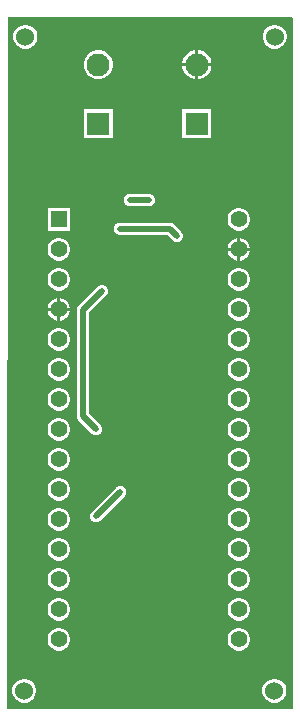
<source format=gbr>
G04*
G04 #@! TF.GenerationSoftware,Altium Limited,Altium Designer,23.1.1 (15)*
G04*
G04 Layer_Physical_Order=1*
G04 Layer_Color=255*
%FSLAX25Y25*%
%MOIN*%
G70*
G04*
G04 #@! TF.SameCoordinates,7F6F0EF6-604E-4872-8498-859B9B4CD440*
G04*
G04*
G04 #@! TF.FilePolarity,Positive*
G04*
G01*
G75*
%ADD12C,0.01000*%
%ADD13R,0.05567X0.05567*%
%ADD14C,0.05567*%
%ADD19C,0.02000*%
%ADD20R,0.07677X0.07677*%
%ADD21C,0.07677*%
%ADD22C,0.06000*%
%ADD23C,0.02000*%
G36*
X223800Y233300D02*
Y3000D01*
X128754D01*
X128401Y3354D01*
X128844Y233600D01*
X223500D01*
X223800Y233300D01*
D02*
G37*
%LPC*%
G36*
X218127Y231000D02*
X217073D01*
X216056Y230727D01*
X215144Y230201D01*
X214399Y229456D01*
X213873Y228544D01*
X213600Y227527D01*
Y226473D01*
X213873Y225456D01*
X214399Y224544D01*
X215144Y223799D01*
X216056Y223273D01*
X217073Y223000D01*
X218127D01*
X219144Y223273D01*
X220056Y223799D01*
X220801Y224544D01*
X221327Y225456D01*
X221600Y226473D01*
Y227527D01*
X221327Y228544D01*
X220801Y229456D01*
X220056Y230201D01*
X219144Y230727D01*
X218127Y231000D01*
D02*
G37*
G36*
X135027D02*
X133973D01*
X132956Y230727D01*
X132044Y230201D01*
X131299Y229456D01*
X130773Y228544D01*
X130500Y227527D01*
Y226473D01*
X130773Y225456D01*
X131299Y224544D01*
X132044Y223799D01*
X132956Y223273D01*
X133973Y223000D01*
X135027D01*
X136044Y223273D01*
X136956Y223799D01*
X137701Y224544D01*
X138227Y225456D01*
X138500Y226473D01*
Y227527D01*
X138227Y228544D01*
X137701Y229456D01*
X136956Y230201D01*
X136044Y230727D01*
X135027Y231000D01*
D02*
G37*
G36*
X192309Y222481D02*
X192172D01*
Y218143D01*
X196510D01*
Y218280D01*
X196181Y219510D01*
X195544Y220614D01*
X194643Y221514D01*
X193539Y222151D01*
X192309Y222481D01*
D02*
G37*
G36*
X191172D02*
X191035D01*
X189804Y222151D01*
X188701Y221514D01*
X187800Y220614D01*
X187163Y219510D01*
X186833Y218280D01*
Y218143D01*
X191172D01*
Y222481D01*
D02*
G37*
G36*
X196510Y217143D02*
X192172D01*
Y212804D01*
X192309D01*
X193539Y213134D01*
X194643Y213771D01*
X195544Y214671D01*
X196181Y215775D01*
X196510Y217005D01*
Y217143D01*
D02*
G37*
G36*
X191172D02*
X186833D01*
Y217005D01*
X187163Y215775D01*
X187800Y214671D01*
X188701Y213771D01*
X189804Y213134D01*
X191035Y212804D01*
X191172D01*
Y217143D01*
D02*
G37*
G36*
X159415Y222481D02*
X158141D01*
X156911Y222151D01*
X155807Y221514D01*
X154907Y220614D01*
X154270Y219510D01*
X153940Y218280D01*
Y217005D01*
X154270Y215775D01*
X154907Y214671D01*
X155807Y213771D01*
X156911Y213134D01*
X158141Y212804D01*
X159415D01*
X160646Y213134D01*
X161749Y213771D01*
X162650Y214671D01*
X163287Y215775D01*
X163617Y217005D01*
Y218280D01*
X163287Y219510D01*
X162650Y220614D01*
X161749Y221514D01*
X160646Y222151D01*
X159415Y222481D01*
D02*
G37*
G36*
X196510Y202796D02*
X186833D01*
Y193119D01*
X196510D01*
Y202796D01*
D02*
G37*
G36*
X163617D02*
X153940D01*
Y193119D01*
X163617D01*
Y202796D01*
D02*
G37*
G36*
X175645Y174633D02*
X169232D01*
X169035Y174594D01*
X168834D01*
X168649Y174517D01*
X168452Y174478D01*
X168285Y174366D01*
X168099Y174289D01*
X167957Y174147D01*
X167790Y174036D01*
X167679Y173869D01*
X167537Y173727D01*
X167460Y173541D01*
X167348Y173374D01*
X167309Y173177D01*
X167232Y172992D01*
Y172791D01*
X167193Y172594D01*
X167232Y172397D01*
Y172196D01*
X167309Y172010D01*
X167348Y171813D01*
X167460Y171646D01*
X167537Y171461D01*
X167679Y171319D01*
X167790Y171152D01*
X167957Y171040D01*
X168099Y170898D01*
X168285Y170821D01*
X168452Y170710D01*
X168649Y170671D01*
X168834Y170594D01*
X169035D01*
X169232Y170554D01*
X175645D01*
X175873Y170600D01*
X176049D01*
X176211Y170667D01*
X176425Y170710D01*
X176607Y170831D01*
X176784Y170904D01*
X176920Y171040D01*
X177087Y171152D01*
X177199Y171319D01*
X177347Y171467D01*
X177427Y171661D01*
X177529Y171813D01*
X177565Y171993D01*
X177651Y172202D01*
Y172428D01*
X177684Y172594D01*
X177651Y172759D01*
Y172998D01*
X177560Y173218D01*
X177529Y173374D01*
X177441Y173506D01*
X177347Y173733D01*
X177173Y173906D01*
X177087Y174036D01*
X176957Y174122D01*
X176784Y174295D01*
X176558Y174389D01*
X176425Y174478D01*
X176269Y174509D01*
X176049Y174600D01*
X175811D01*
X175645Y174633D01*
D02*
G37*
G36*
X206149Y169949D02*
X205153D01*
X204191Y169691D01*
X203328Y169193D01*
X202624Y168488D01*
X202126Y167626D01*
X201868Y166663D01*
Y165667D01*
X202126Y164705D01*
X202624Y163842D01*
X203328Y163138D01*
X204191Y162640D01*
X205153Y162382D01*
X206149D01*
X207112Y162640D01*
X207974Y163138D01*
X208679Y163842D01*
X209177Y164705D01*
X209435Y165667D01*
Y166663D01*
X209177Y167626D01*
X208679Y168488D01*
X207974Y169193D01*
X207112Y169691D01*
X206149Y169949D01*
D02*
G37*
G36*
X149435D02*
X141868D01*
Y162382D01*
X149435D01*
Y169949D01*
D02*
G37*
G36*
X182519Y165047D02*
X165923D01*
X165726Y165008D01*
X165525D01*
X165340Y164931D01*
X165143Y164892D01*
X164976Y164781D01*
X164790Y164704D01*
X164648Y164562D01*
X164481Y164450D01*
X164370Y164283D01*
X164228Y164141D01*
X164151Y163956D01*
X164039Y163789D01*
X164000Y163592D01*
X163923Y163406D01*
Y163205D01*
X163884Y163008D01*
X163923Y162811D01*
Y162610D01*
X164000Y162425D01*
X164039Y162228D01*
X164151Y162061D01*
X164228Y161875D01*
X164370Y161733D01*
X164481Y161566D01*
X164648Y161455D01*
X164790Y161313D01*
X164976Y161236D01*
X165143Y161124D01*
X165340Y161085D01*
X165525Y161008D01*
X165726D01*
X165923Y160969D01*
X181674D01*
X183515Y159128D01*
X183682Y159016D01*
X183824Y158874D01*
X184010Y158798D01*
X184177Y158686D01*
X184374Y158647D01*
X184559Y158570D01*
X184760D01*
X184957Y158531D01*
X185154Y158570D01*
X185355D01*
X185540Y158647D01*
X185737Y158686D01*
X185904Y158798D01*
X186090Y158874D01*
X186232Y159016D01*
X186399Y159128D01*
X186511Y159295D01*
X186653Y159437D01*
X186730Y159623D01*
X186841Y159790D01*
X186880Y159986D01*
X186957Y160172D01*
Y160373D01*
X186996Y160570D01*
X186957Y160767D01*
Y160968D01*
X186880Y161153D01*
X186841Y161350D01*
X186730Y161517D01*
X186653Y161703D01*
X186511Y161845D01*
X186399Y162012D01*
X183961Y164450D01*
X183299Y164892D01*
X182519Y165047D01*
D02*
G37*
G36*
X206151Y159948D02*
Y156665D01*
X209434D01*
X209177Y157626D01*
X208679Y158488D01*
X207974Y159193D01*
X207112Y159691D01*
X206151Y159948D01*
D02*
G37*
G36*
X205151D02*
X204191Y159691D01*
X203328Y159193D01*
X202624Y158488D01*
X202126Y157626D01*
X201868Y156665D01*
X205151D01*
Y159948D01*
D02*
G37*
G36*
X209434Y155665D02*
X206151D01*
Y152382D01*
X207112Y152640D01*
X207974Y153138D01*
X208679Y153842D01*
X209177Y154705D01*
X209434Y155665D01*
D02*
G37*
G36*
X205151D02*
X201868D01*
X202126Y154705D01*
X202624Y153842D01*
X203328Y153138D01*
X204191Y152640D01*
X205151Y152382D01*
Y155665D01*
D02*
G37*
G36*
X146149Y159949D02*
X145153D01*
X144191Y159691D01*
X143328Y159193D01*
X142624Y158488D01*
X142126Y157626D01*
X141868Y156663D01*
Y155667D01*
X142126Y154705D01*
X142624Y153842D01*
X143328Y153138D01*
X144191Y152640D01*
X145153Y152382D01*
X146149D01*
X147112Y152640D01*
X147974Y153138D01*
X148679Y153842D01*
X149177Y154705D01*
X149435Y155667D01*
Y156663D01*
X149177Y157626D01*
X148679Y158488D01*
X147974Y159193D01*
X147112Y159691D01*
X146149Y159949D01*
D02*
G37*
G36*
X206149Y149949D02*
X205153D01*
X204191Y149691D01*
X203328Y149193D01*
X202624Y148488D01*
X202126Y147626D01*
X201868Y146663D01*
Y145667D01*
X202126Y144705D01*
X202624Y143842D01*
X203328Y143138D01*
X204191Y142640D01*
X205153Y142382D01*
X206149D01*
X207112Y142640D01*
X207974Y143138D01*
X208679Y143842D01*
X209177Y144705D01*
X209435Y145667D01*
Y146663D01*
X209177Y147626D01*
X208679Y148488D01*
X207974Y149193D01*
X207112Y149691D01*
X206149Y149949D01*
D02*
G37*
G36*
X146149D02*
X145153D01*
X144191Y149691D01*
X143328Y149193D01*
X142624Y148488D01*
X142126Y147626D01*
X141868Y146663D01*
Y145667D01*
X142126Y144705D01*
X142624Y143842D01*
X143328Y143138D01*
X144191Y142640D01*
X145153Y142382D01*
X146149D01*
X147112Y142640D01*
X147974Y143138D01*
X148679Y143842D01*
X149177Y144705D01*
X149435Y145667D01*
Y146663D01*
X149177Y147626D01*
X148679Y148488D01*
X147974Y149193D01*
X147112Y149691D01*
X146149Y149949D01*
D02*
G37*
G36*
X146151Y139948D02*
Y136665D01*
X149434D01*
X149177Y137626D01*
X148679Y138488D01*
X147974Y139193D01*
X147112Y139691D01*
X146151Y139948D01*
D02*
G37*
G36*
X145151D02*
X144191Y139691D01*
X143328Y139193D01*
X142624Y138488D01*
X142126Y137626D01*
X141868Y136665D01*
X145151D01*
Y139948D01*
D02*
G37*
G36*
X149434Y135665D02*
X146151D01*
Y132382D01*
X147112Y132640D01*
X147974Y133138D01*
X148679Y133842D01*
X149177Y134705D01*
X149434Y135665D01*
D02*
G37*
G36*
X145151D02*
X141868D01*
X142126Y134705D01*
X142624Y133842D01*
X143328Y133138D01*
X144191Y132640D01*
X145151Y132382D01*
Y135665D01*
D02*
G37*
G36*
X206149Y139949D02*
X205153D01*
X204191Y139691D01*
X203328Y139193D01*
X202624Y138488D01*
X202126Y137626D01*
X201868Y136663D01*
Y135667D01*
X202126Y134705D01*
X202624Y133842D01*
X203328Y133138D01*
X204191Y132640D01*
X205153Y132382D01*
X206149D01*
X207112Y132640D01*
X207974Y133138D01*
X208679Y133842D01*
X209177Y134705D01*
X209435Y135667D01*
Y136663D01*
X209177Y137626D01*
X208679Y138488D01*
X207974Y139193D01*
X207112Y139691D01*
X206149Y139949D01*
D02*
G37*
G36*
Y129949D02*
X205153D01*
X204191Y129691D01*
X203328Y129193D01*
X202624Y128488D01*
X202126Y127626D01*
X201868Y126663D01*
Y125667D01*
X202126Y124705D01*
X202624Y123842D01*
X203328Y123138D01*
X204191Y122640D01*
X205153Y122382D01*
X206149D01*
X207112Y122640D01*
X207974Y123138D01*
X208679Y123842D01*
X209177Y124705D01*
X209435Y125667D01*
Y126663D01*
X209177Y127626D01*
X208679Y128488D01*
X207974Y129193D01*
X207112Y129691D01*
X206149Y129949D01*
D02*
G37*
G36*
X146149D02*
X145153D01*
X144191Y129691D01*
X143328Y129193D01*
X142624Y128488D01*
X142126Y127626D01*
X141868Y126663D01*
Y125667D01*
X142126Y124705D01*
X142624Y123842D01*
X143328Y123138D01*
X144191Y122640D01*
X145153Y122382D01*
X146149D01*
X147112Y122640D01*
X147974Y123138D01*
X148679Y123842D01*
X149177Y124705D01*
X149435Y125667D01*
Y126663D01*
X149177Y127626D01*
X148679Y128488D01*
X147974Y129193D01*
X147112Y129691D01*
X146149Y129949D01*
D02*
G37*
G36*
X206149Y119949D02*
X205153D01*
X204191Y119691D01*
X203328Y119193D01*
X202624Y118488D01*
X202126Y117626D01*
X201868Y116663D01*
Y115667D01*
X202126Y114705D01*
X202624Y113842D01*
X203328Y113138D01*
X204191Y112640D01*
X205153Y112382D01*
X206149D01*
X207112Y112640D01*
X207974Y113138D01*
X208679Y113842D01*
X209177Y114705D01*
X209435Y115667D01*
Y116663D01*
X209177Y117626D01*
X208679Y118488D01*
X207974Y119193D01*
X207112Y119691D01*
X206149Y119949D01*
D02*
G37*
G36*
X146149D02*
X145153D01*
X144191Y119691D01*
X143328Y119193D01*
X142624Y118488D01*
X142126Y117626D01*
X141868Y116663D01*
Y115667D01*
X142126Y114705D01*
X142624Y113842D01*
X143328Y113138D01*
X144191Y112640D01*
X145153Y112382D01*
X146149D01*
X147112Y112640D01*
X147974Y113138D01*
X148679Y113842D01*
X149177Y114705D01*
X149435Y115667D01*
Y116663D01*
X149177Y117626D01*
X148679Y118488D01*
X147974Y119193D01*
X147112Y119691D01*
X146149Y119949D01*
D02*
G37*
G36*
X206149Y109949D02*
X205153D01*
X204191Y109691D01*
X203328Y109193D01*
X202624Y108488D01*
X202126Y107626D01*
X201868Y106663D01*
Y105667D01*
X202126Y104705D01*
X202624Y103842D01*
X203328Y103138D01*
X204191Y102640D01*
X205153Y102382D01*
X206149D01*
X207112Y102640D01*
X207974Y103138D01*
X208679Y103842D01*
X209177Y104705D01*
X209435Y105667D01*
Y106663D01*
X209177Y107626D01*
X208679Y108488D01*
X207974Y109193D01*
X207112Y109691D01*
X206149Y109949D01*
D02*
G37*
G36*
X146149D02*
X145153D01*
X144191Y109691D01*
X143328Y109193D01*
X142624Y108488D01*
X142126Y107626D01*
X141868Y106663D01*
Y105667D01*
X142126Y104705D01*
X142624Y103842D01*
X143328Y103138D01*
X144191Y102640D01*
X145153Y102382D01*
X146149D01*
X147112Y102640D01*
X147974Y103138D01*
X148679Y103842D01*
X149177Y104705D01*
X149435Y105667D01*
Y106663D01*
X149177Y107626D01*
X148679Y108488D01*
X147974Y109193D01*
X147112Y109691D01*
X146149Y109949D01*
D02*
G37*
G36*
X160000Y144239D02*
X159803Y144200D01*
X159602D01*
X159417Y144123D01*
X159220Y144084D01*
X159053Y143972D01*
X158867Y143895D01*
X158725Y143754D01*
X158558Y143642D01*
X152113Y137197D01*
X151671Y136536D01*
X151516Y135755D01*
Y100619D01*
X151671Y99839D01*
X152113Y99177D01*
X156567Y94723D01*
X156734Y94612D01*
X156876Y94470D01*
X157062Y94393D01*
X157229Y94281D01*
X157425Y94242D01*
X157611Y94165D01*
X157812D01*
X158009Y94126D01*
X158206Y94165D01*
X158407D01*
X158592Y94242D01*
X158789Y94281D01*
X158956Y94393D01*
X159142Y94470D01*
X159284Y94612D01*
X159451Y94723D01*
X159562Y94890D01*
X159704Y95032D01*
X159781Y95218D01*
X159893Y95385D01*
X159932Y95582D01*
X160009Y95767D01*
Y95968D01*
X160048Y96165D01*
X160009Y96362D01*
Y96563D01*
X159932Y96749D01*
X159893Y96946D01*
X159781Y97113D01*
X159704Y97298D01*
X159562Y97440D01*
X159451Y97607D01*
X155594Y101464D01*
Y134910D01*
X161442Y140758D01*
X161554Y140925D01*
X161696Y141067D01*
X161772Y141253D01*
X161884Y141420D01*
X161923Y141617D01*
X162000Y141802D01*
Y142003D01*
X162039Y142200D01*
X162000Y142397D01*
Y142598D01*
X161923Y142783D01*
X161884Y142980D01*
X161772Y143147D01*
X161696Y143333D01*
X161554Y143475D01*
X161442Y143642D01*
X161275Y143754D01*
X161133Y143895D01*
X160947Y143972D01*
X160780Y144084D01*
X160583Y144123D01*
X160398Y144200D01*
X160197D01*
X160000Y144239D01*
D02*
G37*
G36*
X206149Y99949D02*
X205153D01*
X204191Y99691D01*
X203328Y99193D01*
X202624Y98488D01*
X202126Y97626D01*
X201868Y96663D01*
Y95667D01*
X202126Y94705D01*
X202624Y93842D01*
X203328Y93138D01*
X204191Y92640D01*
X205153Y92382D01*
X206149D01*
X207112Y92640D01*
X207974Y93138D01*
X208679Y93842D01*
X209177Y94705D01*
X209435Y95667D01*
Y96663D01*
X209177Y97626D01*
X208679Y98488D01*
X207974Y99193D01*
X207112Y99691D01*
X206149Y99949D01*
D02*
G37*
G36*
X146149D02*
X145153D01*
X144191Y99691D01*
X143328Y99193D01*
X142624Y98488D01*
X142126Y97626D01*
X141868Y96663D01*
Y95667D01*
X142126Y94705D01*
X142624Y93842D01*
X143328Y93138D01*
X144191Y92640D01*
X145153Y92382D01*
X146149D01*
X147112Y92640D01*
X147974Y93138D01*
X148679Y93842D01*
X149177Y94705D01*
X149435Y95667D01*
Y96663D01*
X149177Y97626D01*
X148679Y98488D01*
X147974Y99193D01*
X147112Y99691D01*
X146149Y99949D01*
D02*
G37*
G36*
X206149Y89949D02*
X205153D01*
X204191Y89691D01*
X203328Y89193D01*
X202624Y88489D01*
X202126Y87626D01*
X201868Y86664D01*
Y85667D01*
X202126Y84705D01*
X202624Y83842D01*
X203328Y83138D01*
X204191Y82640D01*
X205153Y82382D01*
X206149D01*
X207112Y82640D01*
X207974Y83138D01*
X208679Y83842D01*
X209177Y84705D01*
X209435Y85667D01*
Y86664D01*
X209177Y87626D01*
X208679Y88489D01*
X207974Y89193D01*
X207112Y89691D01*
X206149Y89949D01*
D02*
G37*
G36*
X146149D02*
X145153D01*
X144191Y89691D01*
X143328Y89193D01*
X142624Y88489D01*
X142126Y87626D01*
X141868Y86664D01*
Y85667D01*
X142126Y84705D01*
X142624Y83842D01*
X143328Y83138D01*
X144191Y82640D01*
X145153Y82382D01*
X146149D01*
X147112Y82640D01*
X147974Y83138D01*
X148679Y83842D01*
X149177Y84705D01*
X149435Y85667D01*
Y86664D01*
X149177Y87626D01*
X148679Y88489D01*
X147974Y89193D01*
X147112Y89691D01*
X146149Y89949D01*
D02*
G37*
G36*
X206149Y79949D02*
X205153D01*
X204191Y79691D01*
X203328Y79193D01*
X202624Y78488D01*
X202126Y77626D01*
X201868Y76664D01*
Y75667D01*
X202126Y74705D01*
X202624Y73842D01*
X203328Y73138D01*
X204191Y72640D01*
X205153Y72382D01*
X206149D01*
X207112Y72640D01*
X207974Y73138D01*
X208679Y73842D01*
X209177Y74705D01*
X209435Y75667D01*
Y76664D01*
X209177Y77626D01*
X208679Y78488D01*
X207974Y79193D01*
X207112Y79691D01*
X206149Y79949D01*
D02*
G37*
G36*
X146149D02*
X145153D01*
X144191Y79691D01*
X143328Y79193D01*
X142624Y78488D01*
X142126Y77626D01*
X141868Y76664D01*
Y75667D01*
X142126Y74705D01*
X142624Y73842D01*
X143328Y73138D01*
X144191Y72640D01*
X145153Y72382D01*
X146149D01*
X147112Y72640D01*
X147974Y73138D01*
X148679Y73842D01*
X149177Y74705D01*
X149435Y75667D01*
Y76664D01*
X149177Y77626D01*
X148679Y78488D01*
X147974Y79193D01*
X147112Y79691D01*
X146149Y79949D01*
D02*
G37*
G36*
X166100Y77239D02*
X165903Y77200D01*
X165702D01*
X165517Y77123D01*
X165320Y77084D01*
X165153Y76972D01*
X164967Y76895D01*
X164825Y76753D01*
X164658Y76642D01*
X164654Y76636D01*
X156567Y68549D01*
X156455Y68382D01*
X156313Y68240D01*
X156237Y68054D01*
X156125Y67887D01*
X156086Y67690D01*
X156009Y67505D01*
Y67304D01*
X155970Y67107D01*
X156009Y66910D01*
Y66709D01*
X156086Y66524D01*
X156125Y66327D01*
X156237Y66160D01*
X156313Y65974D01*
X156455Y65832D01*
X156567Y65665D01*
X156734Y65553D01*
X156876Y65412D01*
X157062Y65335D01*
X157229Y65223D01*
X157425Y65184D01*
X157611Y65107D01*
X157812D01*
X158009Y65068D01*
X158206Y65107D01*
X158407D01*
X158592Y65184D01*
X158789Y65223D01*
X158956Y65335D01*
X159142Y65412D01*
X159284Y65553D01*
X159451Y65665D01*
X167542Y73756D01*
X167657Y73929D01*
X167796Y74067D01*
X167870Y74248D01*
X167984Y74418D01*
X168024Y74618D01*
X168100Y74802D01*
Y75001D01*
X168139Y75198D01*
Y75200D01*
X168100Y75397D01*
Y75598D01*
X168023Y75783D01*
X167984Y75980D01*
X167872Y76147D01*
X167796Y76333D01*
X167654Y76475D01*
X167542Y76642D01*
X167375Y76753D01*
X167233Y76895D01*
X167047Y76972D01*
X166880Y77084D01*
X166683Y77123D01*
X166498Y77200D01*
X166297D01*
X166100Y77239D01*
D02*
G37*
G36*
X206149Y69949D02*
X205153D01*
X204191Y69691D01*
X203328Y69193D01*
X202624Y68489D01*
X202126Y67626D01*
X201868Y66663D01*
Y65667D01*
X202126Y64705D01*
X202624Y63842D01*
X203328Y63138D01*
X204191Y62640D01*
X205153Y62382D01*
X206149D01*
X207112Y62640D01*
X207974Y63138D01*
X208679Y63842D01*
X209177Y64705D01*
X209435Y65667D01*
Y66663D01*
X209177Y67626D01*
X208679Y68489D01*
X207974Y69193D01*
X207112Y69691D01*
X206149Y69949D01*
D02*
G37*
G36*
X146149D02*
X145153D01*
X144191Y69691D01*
X143328Y69193D01*
X142624Y68489D01*
X142126Y67626D01*
X141868Y66663D01*
Y65667D01*
X142126Y64705D01*
X142624Y63842D01*
X143328Y63138D01*
X144191Y62640D01*
X145153Y62382D01*
X146149D01*
X147112Y62640D01*
X147974Y63138D01*
X148679Y63842D01*
X149177Y64705D01*
X149435Y65667D01*
Y66663D01*
X149177Y67626D01*
X148679Y68489D01*
X147974Y69193D01*
X147112Y69691D01*
X146149Y69949D01*
D02*
G37*
G36*
X206149Y59949D02*
X205153D01*
X204191Y59691D01*
X203328Y59193D01*
X202624Y58489D01*
X202126Y57626D01*
X201868Y56664D01*
Y55667D01*
X202126Y54705D01*
X202624Y53842D01*
X203328Y53138D01*
X204191Y52640D01*
X205153Y52382D01*
X206149D01*
X207112Y52640D01*
X207974Y53138D01*
X208679Y53842D01*
X209177Y54705D01*
X209435Y55667D01*
Y56664D01*
X209177Y57626D01*
X208679Y58489D01*
X207974Y59193D01*
X207112Y59691D01*
X206149Y59949D01*
D02*
G37*
G36*
X146149D02*
X145153D01*
X144191Y59691D01*
X143328Y59193D01*
X142624Y58489D01*
X142126Y57626D01*
X141868Y56664D01*
Y55667D01*
X142126Y54705D01*
X142624Y53842D01*
X143328Y53138D01*
X144191Y52640D01*
X145153Y52382D01*
X146149D01*
X147112Y52640D01*
X147974Y53138D01*
X148679Y53842D01*
X149177Y54705D01*
X149435Y55667D01*
Y56664D01*
X149177Y57626D01*
X148679Y58489D01*
X147974Y59193D01*
X147112Y59691D01*
X146149Y59949D01*
D02*
G37*
G36*
X206149Y49949D02*
X205153D01*
X204191Y49691D01*
X203328Y49193D01*
X202624Y48489D01*
X202126Y47626D01*
X201868Y46663D01*
Y45667D01*
X202126Y44705D01*
X202624Y43842D01*
X203328Y43138D01*
X204191Y42640D01*
X205153Y42382D01*
X206149D01*
X207112Y42640D01*
X207974Y43138D01*
X208679Y43842D01*
X209177Y44705D01*
X209435Y45667D01*
Y46663D01*
X209177Y47626D01*
X208679Y48489D01*
X207974Y49193D01*
X207112Y49691D01*
X206149Y49949D01*
D02*
G37*
G36*
X146149D02*
X145153D01*
X144191Y49691D01*
X143328Y49193D01*
X142624Y48489D01*
X142126Y47626D01*
X141868Y46663D01*
Y45667D01*
X142126Y44705D01*
X142624Y43842D01*
X143328Y43138D01*
X144191Y42640D01*
X145153Y42382D01*
X146149D01*
X147112Y42640D01*
X147974Y43138D01*
X148679Y43842D01*
X149177Y44705D01*
X149435Y45667D01*
Y46663D01*
X149177Y47626D01*
X148679Y48489D01*
X147974Y49193D01*
X147112Y49691D01*
X146149Y49949D01*
D02*
G37*
G36*
X206149Y39949D02*
X205153D01*
X204191Y39691D01*
X203328Y39193D01*
X202624Y38489D01*
X202126Y37626D01*
X201868Y36663D01*
Y35667D01*
X202126Y34705D01*
X202624Y33842D01*
X203328Y33138D01*
X204191Y32640D01*
X205153Y32382D01*
X206149D01*
X207112Y32640D01*
X207974Y33138D01*
X208679Y33842D01*
X209177Y34705D01*
X209435Y35667D01*
Y36663D01*
X209177Y37626D01*
X208679Y38489D01*
X207974Y39193D01*
X207112Y39691D01*
X206149Y39949D01*
D02*
G37*
G36*
X146149D02*
X145153D01*
X144191Y39691D01*
X143328Y39193D01*
X142624Y38489D01*
X142126Y37626D01*
X141868Y36663D01*
Y35667D01*
X142126Y34705D01*
X142624Y33842D01*
X143328Y33138D01*
X144191Y32640D01*
X145153Y32382D01*
X146149D01*
X147112Y32640D01*
X147974Y33138D01*
X148679Y33842D01*
X149177Y34705D01*
X149435Y35667D01*
Y36663D01*
X149177Y37626D01*
X148679Y38489D01*
X147974Y39193D01*
X147112Y39691D01*
X146149Y39949D01*
D02*
G37*
G36*
X206149Y29949D02*
X205153D01*
X204191Y29691D01*
X203328Y29193D01*
X202624Y28488D01*
X202126Y27626D01*
X201868Y26664D01*
Y25667D01*
X202126Y24705D01*
X202624Y23842D01*
X203328Y23138D01*
X204191Y22640D01*
X205153Y22382D01*
X206149D01*
X207112Y22640D01*
X207974Y23138D01*
X208679Y23842D01*
X209177Y24705D01*
X209435Y25667D01*
Y26664D01*
X209177Y27626D01*
X208679Y28488D01*
X207974Y29193D01*
X207112Y29691D01*
X206149Y29949D01*
D02*
G37*
G36*
X146149D02*
X145153D01*
X144191Y29691D01*
X143328Y29193D01*
X142624Y28488D01*
X142126Y27626D01*
X141868Y26664D01*
Y25667D01*
X142126Y24705D01*
X142624Y23842D01*
X143328Y23138D01*
X144191Y22640D01*
X145153Y22382D01*
X146149D01*
X147112Y22640D01*
X147974Y23138D01*
X148679Y23842D01*
X149177Y24705D01*
X149435Y25667D01*
Y26664D01*
X149177Y27626D01*
X148679Y28488D01*
X147974Y29193D01*
X147112Y29691D01*
X146149Y29949D01*
D02*
G37*
G36*
X218027Y13000D02*
X216973D01*
X215956Y12727D01*
X215044Y12201D01*
X214299Y11456D01*
X213773Y10544D01*
X213500Y9527D01*
Y8473D01*
X213773Y7456D01*
X214299Y6544D01*
X215044Y5799D01*
X215956Y5273D01*
X216973Y5000D01*
X218027D01*
X219044Y5273D01*
X219956Y5799D01*
X220701Y6544D01*
X221227Y7456D01*
X221500Y8473D01*
Y9527D01*
X221227Y10544D01*
X220701Y11456D01*
X219956Y12201D01*
X219044Y12727D01*
X218027Y13000D01*
D02*
G37*
G36*
X134627D02*
X133573D01*
X132556Y12727D01*
X131644Y12201D01*
X130899Y11456D01*
X130373Y10544D01*
X130100Y9527D01*
Y8473D01*
X130373Y7456D01*
X130899Y6544D01*
X131644Y5799D01*
X132556Y5273D01*
X133573Y5000D01*
X134627D01*
X135644Y5273D01*
X136556Y5799D01*
X137301Y6544D01*
X137827Y7456D01*
X138100Y8473D01*
Y9527D01*
X137827Y10544D01*
X137301Y11456D01*
X136556Y12201D01*
X135644Y12727D01*
X134627Y13000D01*
D02*
G37*
%LPD*%
D12*
X175645Y172594D02*
X175651Y172600D01*
D13*
X145651Y166165D02*
D03*
D14*
Y156165D02*
D03*
Y146165D02*
D03*
Y136165D02*
D03*
Y126165D02*
D03*
Y116165D02*
D03*
Y106165D02*
D03*
Y96165D02*
D03*
Y86165D02*
D03*
Y76165D02*
D03*
Y66165D02*
D03*
Y56165D02*
D03*
Y46165D02*
D03*
Y36165D02*
D03*
Y26165D02*
D03*
X205651D02*
D03*
Y36165D02*
D03*
Y46165D02*
D03*
Y56165D02*
D03*
Y66165D02*
D03*
Y76165D02*
D03*
Y86165D02*
D03*
Y96165D02*
D03*
Y106165D02*
D03*
Y116165D02*
D03*
Y126165D02*
D03*
Y136165D02*
D03*
Y146165D02*
D03*
Y156165D02*
D03*
Y166165D02*
D03*
D19*
X158009Y67107D02*
X166100Y75198D01*
Y75200D01*
X153555Y100619D02*
X158009Y96165D01*
X153555Y100619D02*
Y135755D01*
X160000Y142200D01*
X169232Y172594D02*
X175645D01*
X165923Y163008D02*
X182519D01*
X184957Y160570D01*
D20*
X158778Y197958D02*
D03*
X191672D02*
D03*
D21*
X158778Y217642D02*
D03*
X191672D02*
D03*
D22*
X134500Y227000D02*
D03*
X217600D02*
D03*
X134100Y9000D02*
D03*
X217500D02*
D03*
D23*
X166100Y75200D02*
D03*
X158009Y96165D02*
D03*
Y67107D02*
D03*
X160000Y142200D02*
D03*
X175651Y172600D02*
D03*
X169232Y172594D02*
D03*
X165923Y163008D02*
D03*
X184957Y160570D02*
D03*
M02*

</source>
